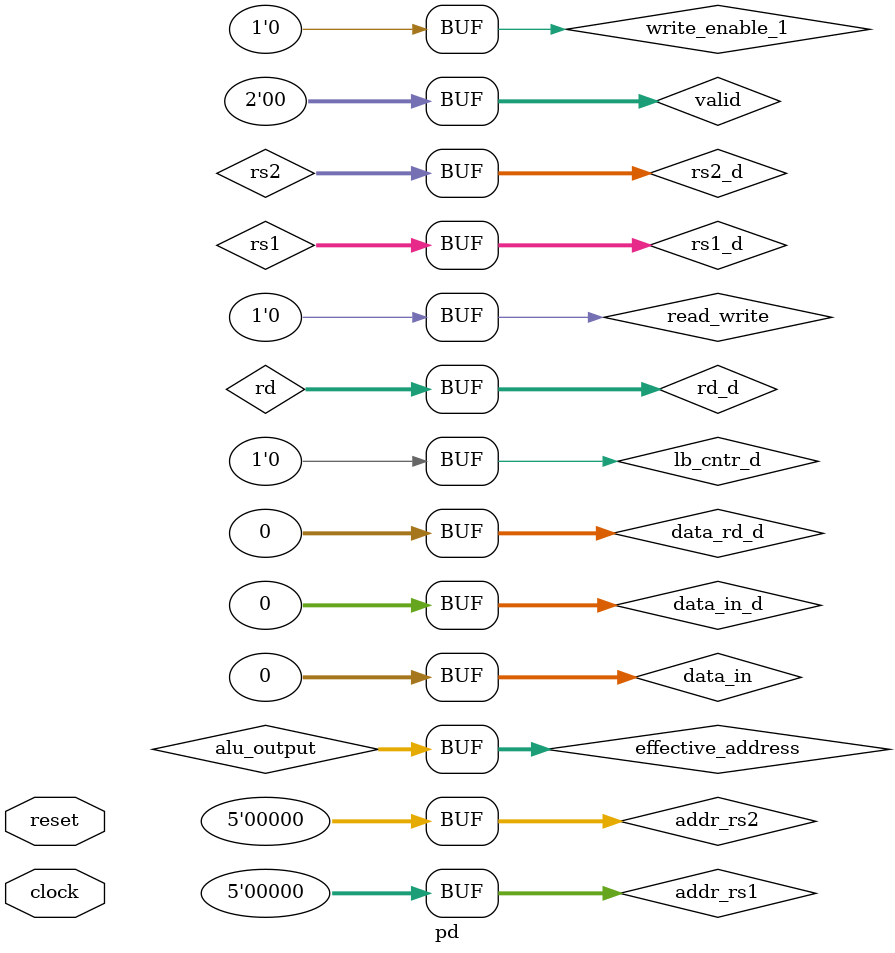
<source format=v>
module pd(
  input clock,
  input reset
);

//----------------------------------------------------------------------
//1fetch
//----------------------------------------------------------------------
wire [31:0 ]data_out;
reg [31:0 ]addr = 0;
reg [31:0 ]data_in = 0;
reg read_write = 0;
reg [3:0] sel = 0;
reg  imm_cntrl = 0;
reg [1:0] access_size = 0;

  imemory imemory_0(
    .clock(clock), 
    .address(addr), 
    .data_in(data_in), 
    .data_out(data_out), 
    .read_write(read_write)
  );


//pr1
  reg[6:0]  op, funct7 = 0; 
  reg[31:0] im = 0;
  reg[4:0] rs1, rs2, rd, shant = 0;
  reg[2:0] funct3 = 0;
  reg[1:0] valid = 0;
  reg read_write_mem = 0;
  //pr = 0;
  reg [31:0 ]inst_d = 0;
  reg [31:0 ]pc_d = 0;
  reg read_write_d = 0;
  reg write_enable_d = 0;
  reg lb_cntr_d = 0;
  reg [4:0]  rd_w = 0;

// $display("this is the pc %x", pc_d);
//osteniocbly attempted stall -> no further
  // always@(*) begin 
  //   if ((rs_1d ==r d_w )
  // end 
//inserts nop going into decode stage, other one executes nop going into execute stage, assuming proepr handinling of a jump, your addr will not do pc +4 but alu_output
//next cycle => new pc addr (las alu ) decode nop and exec nop 
  always @(posedge clock) begin
    if (pc_sel_jal || bt) begin 
      read_write_d <= 0;
      inst_d <= 0;
      pc_d <=  0; // pc value for storing reg
    end else if (!is_stalling) begin
      read_write_d <= read_write;
      inst_d <= data_out;
      pc_d <=  addr; // pc value for storing reg
    end else begin end
  end

//----------------------------------------------------------------------
//1.5decode
//----------------------------------------------------------------------

  always @(*) begin
    valid = 0;
    op = inst_d[6:0];
    read_write_mem = 1'b0;
    case(op)
    // finish proper
      7'b0110111: begin 
        write_enable_d = 1;
        sel = 4'b0 ;
        rd = inst_d[11:7];
        funct3 = 0;
        rs1 = 0; 
        rs2 = 0; 
        funct7 = 0; 
        im = { inst_d[31:12], 12'b0}; 
        shant = 0;
      end
      //  finish proper
      7'b0010111: begin 
        write_enable_d = 1;
        sel = 4'b1 ;
        rd = inst_d[11:7];
        funct3 = 0;
        rs1 = 0; 
        rs2 = 0; 
        funct7 = 0; 
        im = { inst_d[31:12], 12'b0}; 
        shant = 0;
      end 
      //jtype... finish proper
      7'b1101111: begin
        write_enable_d = 1;
        sel = 4'b10 ;
        rd = inst_d[11:7];
        funct3 = 0;
        rs1 = 0; 
        rs2 = 0; 
        funct7 = 0; 
        im = { {12{inst_d[31]}}, inst_d[19:12], inst_d[20], inst_d[30:25], inst_d[24:21], 1'b0}; 
        shant = 0;
      end
      //jalr finish proper
      7'b1100111: begin 
        write_enable_d = 1;
        sel = 4'b11 ;
        rd = inst_d[11:7];
        funct3 = inst_d[14:12];
        rs1 = inst_d[19:15]; 
        rs2 = 0; 
        funct7 = 0; 
        im = { {21{inst_d[31]}}, inst_d[30:20]}; 
        shant = 0;
      end 
      //break bge etc. finish proper 
      7'b1100011: begin 
        sel = 4'b100 ;
        write_enable_d = 0;
        rd = 0;
        funct3 = inst_d[14:12];
        rs1 = inst_d[19:15]; 
        rs2 = inst_d[24:20 ]; 
        funct7 = 0; 
        im = {{20{inst_d[31]}}, inst_d[7],inst_d[30:25], inst_d[11:8], 1'b0}; 
        shant = 0; 

      end    
      //lw lb etc. finish proper
      7'b0000011: begin 
        read_write_mem = 1'b0;
        sel = 4'b101 ;
        write_enable_d = 1;

        rd = inst_d[11:7];
        funct3 = inst_d[14:12];
        rs1 = inst_d[19:15]; 
        rs2 = 5'b0; 
        funct7 = 7'b0; 
        im = {{21{inst_d[31]}}, inst_d[30:25], inst_d[24:21], inst_d[20]}; 
        shant = 0; 
      end    
      //sw sb etc.   finish proper
      7'b0100011: begin 
        read_write_mem = 1'b1;
        write_enable_d = 0;
        sel = 4'b110 ;
        rd = 0;
        funct3 = inst_d[14:12];
        rs1 = inst_d[19:15]; 
        rs2 =  inst_d[24:20 ];
        funct7 = 7'b0; 
        im = {{21{inst_d[31]}}, inst_d[30:25], inst_d[11:8], inst_d[7]}; 

        shant = 0;     

      end 
      //stores addi slli type  @TODO shamt stuff
      7'b0010011: begin //addi slli
        sel = 4'b111 ;
        write_enable_d = 1;

        if (inst_d[13:12] == 2'b01 ) begin
          // if (inst_d[13] == 1'b0 ) begin
            rd = inst_d[11:7];
            funct3 = inst_d[14:12];
            rs1 = inst_d[19:15]; 
            shant = inst_d[24:20 ]; 
            funct7 = inst_d[31:25]; 
            im = 0;
            rs2 = 0; 
            imm_cntrl = 1'b0;
          end else begin
            rd = inst_d[11:7];
            funct3 = inst_d[14:12];
            rs1 = inst_d[19:15]; 
            rs2 = 0; 
            funct7 = 0; 
            im = { {20{inst_d[31]}}, inst_d[31:20]}; 
            shant = 0;
            imm_cntrl = 1'b1;
          end 
        end 

      7'b0110011: begin 
        sel = 4'b1000 ;
        write_enable_d = 1;

        rd = inst_d[11:7];
        funct3 = inst_d[14:12];
        rs1 = inst_d[19:15]; 
        rs2 = inst_d[24:20 ]; 
        funct7 = inst_d[31:25]; 
        im = 0; 
        shant = 0;
      end
      //finish proper
      7'b1110011: begin 
        sel = 4'b1001 ;
        write_enable_d = 0;

        rd = 0;
        funct3 = 0;
        rs1 = 0; 
        rs2 = 0; 
        funct7 = 0; 
        im = 0; 
        shant = 0;
      end
      default: begin
        write_enable_d = 0;
        rd = 0;
        funct3 = 0;
        rs1 = 0; 
        rs2 = 0; 
        funct7 = 0; 
        im = 0; 
        shant = 0;
      end
    endcase
  end 



// add x0, x1,x2

  wire [31:0 ] data_rs1_d;
  wire [31:0 ] data_rs2_d;
  reg [4:0 ] rs1_d = 0;
  reg [4:0 ] rs2_d = 0;
  reg [4:0 ] rd_d = 0;
  reg [31:0] data_rd_d = 0;
  reg is_stalling = 0;
  reg [31:0] data_rd_www = 0;
  reg write_enable_w;// = 0;
  
  // @todo reg write_enable; why does rs1 have d and rs2 have d? i thought regiser file along with decode both in decode

  always @(* ) begin //@todo clock or nah?
    rs1_d = rs1; 
    rs2_d = rs2; 
    rd_d  = rd; 
  end    

  wire a = ((rs1_d == rd_w) && (rd_w != 0));
  wire b = ((rs2_d == rd_w) && (rd_w != 0));
  wire e = (rs1_d == rd_x);
  wire f = (rs2_d == rd_x); 
  wire c = (op_x == 7'b0000011); //load
  wire d = (op != 7'b0100011); //store
  always @(*) begin
    if  (c && (e || (f && d) ) || a || b) begin 
        is_stalling = 1'b1;
      //begin
    end else begin
        is_stalling = 1'b0;
      end
  end

//N.B. data_rd is from WB stage -> it is the data that I am writing AFTER IT HAS EXECUTED ALU/WB EVERYTHIGN ELSE. OTHERWISE IF I JUST WRITE MY DECODED RD, THAT'S GRABAGE VALUE B/C I HAVEN'T DONE TUFF YE
  register_file register_file_0(
    .clock(clock),
    .addr_rs1(rs1_d),
    .addr_rs2(rs2_d), 
    .addr_rd(rd_w), 
    .data_rd(data_rd_www), // decide in the writeback
    .data_rs1(data_rs1_d),
    .data_rs2(data_rs2_d),
    .write_enable(write_enable_w)
  );

// i ostencibly have my data that I NEED to write, now i get my address and the write enable. again, not current address rd or we b/c this write is from

//should i keep the above here or move it to the top @todo




//pr2
  reg[4:0] rs1_x, rs2_x, rd_x = 0;  //d = 0
  // reg [3:0] sel;
  reg [31:0] inst_x = 0;
  reg [31:0 ]pc_x = 0;
  reg [31:0 ]im_x = 0;
  reg read_write_mem_x = 0;
  reg read_write_x = 0;
  reg [31:0] data_rs2_x = 0;
  reg[4:0] shant_x = 0;
  reg[2:0] funct3_x = 0;
  reg[6:0]  funct7_x  = 0;
  reg write_enable_x = 0;
  reg lb_cntr_x = 0;
  reg  is_signed_x = 0;
  reg [31:0] data_rs1 = 0;
  reg [31:0] data_rd_x = 0;
  reg[6:0]  op_x = 0;
  reg [3:0] sel_x = 0;
  reg [31:0] data_rs1_x = 0;
  reg imm_cntrl_x = 0;


  always @(posedge clock) begin
    if (is_stalling || bt || pc_sel_jal) begin
      lb_cntr_x <= 0; //d
      write_enable_x <= 0; //d
      inst_x <= 0; //d
      rs1_x <= 0; 
      rd_x <= 0; 
      shant_x <= 0; 
      rs2_x <= 0; 
      sel_x <= 0;
      im_x <= 0;
      read_write_mem_x <= 0;
      read_write_x <= 0; //d
      funct3_x <= 0;
      funct7_x <= 0;
      data_rs1_x <= 0;
      data_rs2_x <= 0;
      write_enable_x <= 0;
      data_rd_x <= 0;
      op_x <= 0;
      imm_cntrl_x = 0;

    end else begin
      lb_cntr_x <= lb_cntr_d; //d
      write_enable_x <= write_enable_d; //d
      inst_x <= inst_d; //d
      rs1_x <= rs1_d; 
      rd_x <= rd_d; 
      shant_x <= shant; 
      rs2_x <= rs2_d; 
      sel_x <= sel;
      im_x <= im;
      read_write_mem_x <= read_write_mem;
      read_write_x <= read_write_d; //d
      funct3_x <= funct3;
      funct7_x <= funct7;
      data_rs1_x <= data_rs1_d;
      data_rs2_x <= data_rs2_d;
      write_enable_x <= write_enable_d;
      data_rd_x <= data_rd_d;
      op_x <= op;
      imm_cntrl_x <= imm_cntrl;
      pc_x <= pc_d;
    end

  end
//----------------------------------------------------------------------
//2execute
//----------------------------------------------------------------------



// end decoder 
//start fetch/alu compute


  reg [4:0] addr_rs1 = 0;
  reg [4:0] addr_rs2 = 0;
  reg write_enable_1= 0;
  reg [31:0] alu_output = 0;
  reg [31:0] effective_address = 0;
  reg pc_sel_jal = 0; //inherently a  = 0;
  reg [31:0] pc_for_jal_to_write_back = 0;
  reg bt = 0;

  // //i think this is right? @understand 1


  //two things needed to be implemented 
 //- i would need ot select btwn alu_output, pcoutput +4, or addr
//ask about upper immediate and load and exit condition
  always @( * ) begin 
    // $display("PC: %x and reg address == %x \n rs1 == %x \n rs2 == %x", addr ,register_file_0.mem_reg[3], register_file_0.mem_reg[1], register_file_0.mem_reg[2]);
    // $display("this is  control signals control %x \n\n opcode %x \n, rd : %x \n, rs1 : %x \n, rs2 : %x \n, im : %x \n, shant : %x \n", funct3_x, op, rd, rs1_x, rs2_x, im_x, shant_x);
    //bypassing logic rs2 tal;
    if((rd_m == rs2_x) && write_enable_m) begin  //could be one of two
      if(rd_m == 5'b0) data_rs2_x = 32'b0;
      else data_rs2_x = alu_m; 
    end 
    else if((rd_w == rs1_x) && write_enable_w) begin 
      if(rd_w == 5'b0) data_rs2_x = 32'b0; 
      else data_rs2_x = alu_w; 
      end 

    
    else begin 
      data_rs2_x = data_rs2_d;
      // add x4,x1,x3
    end 



    //bypassing logic rs2 @todo ensure signals are proper esp data_rs1_d


    if((rd_m == rs1_x) && write_enable_m) begin  //could be one of two
      if(rd_m == 5'b0) data_rs1_x = 32'b0;
      else data_rs1_x = alu_m; 

    end 
    else if((rd_w == rs1_x) && write_enable_w) begin 
      if(rd_w == 5'b0) data_rs1 = 32'b0; 
      else data_rs1_x = alu_w; 

      end 

    
    else begin 
      data_rs1_x = data_rs1_d;
      // add x4,x1,x3
    end


    lb_cntr_x = 0;
    pc_for_jal_to_write_back = 32'b0;
    case(sel_x)
      4'b0: begin 
        bt = 1'b0;
        pc_sel_jal = 1'b0;
        //load upper add
        alu_output = im_x;
        // i don't htink anything needs to be done here
        // lui (Load Upper Immediate): this sets rd to a 32-bit value with the low 12 bits being 0 and the high 20 bits coming from the U-type im_xmediate.
// auipc (Add Upper Immediate to Program Counter): this sets rd to the sum of the current PC and a 32-bit v
      end 
      4'b1: begin 
          //auipc
        bt = 1'b0;
        pc_sel_jal = 1'b0;


        alu_output = pc_x  + $signed(im_x);
          //same as lui - don't think anything needs to be done on execute phase
      end 
      //jal - doesn't use alu only effective pc_x
      4'b10: begin 
        pc_sel_jal = 1'b1;
        bt = 1'b0;
        //current
        pc_for_jal_to_write_back = pc_x;
        alu_output = pc_x + $signed(im_x);
      end 
      //jalr
      4'b11: begin  
        bt = 1'b0;
        pc_sel_jal = 1'b1; 
        pc_for_jal_to_write_back = pc_x;
        //gotta save and do $ra <— PC+4  
        //$ra <— return pc_xess store return pc_xess in register file 
        // alu_output = $signed(data_rs1) + $signed(im_x);
        alu_output = ($signed(data_rs1) + $signed(im_x))  & ('hFFFFFFFE);
      end 
      //beq/other breaks
      4'b100: begin 
        write_enable_x = 1'b0;
        pc_sel_jal = 1'b0;

        case(funct3_x) 
          3'b000: begin 
            if (data_rs1 == data_rs2_x) 
              bt = 1'b1;
            else
              bt = 1'b0;
          end
          3'b001: begin
            if (data_rs1 != data_rs2_x) 
              bt = 1'b1;
            else
              bt = 1'b0;
           end
          3'b100: begin 
            if ($signed(data_rs1) < $signed(data_rs2_x)) 
              bt = 1'b1;
            else
              bt = 1'b0;
          end
          3'b101: begin 
            if ($signed(data_rs1) >= $signed(data_rs2_x)) 
              bt = 1'b1;
            else
              bt = 1'b0;
          end
          3'b110: begin 
            if ((data_rs1) < (data_rs2_x)) begin
              // $display("leggoleggoleggoleggoleggoleggoleggoleggoleggoleggoleggoleggoleggoleggoleggo");
              bt = 1'b1;
            end else begin
              // $display("shootshootshootshootshootshootshootshootshootshootshootshootshootshootshootshootshoot");
              bt = 1'b0;          
            end
          end
          3'b111: begin
            // $display("hiiiii1 alu_output %x   data_rs4  %x   im_x   %x     ", alu_output, register_file_0.mem_reg[4], im_x);

            if ((data_rs1) >= (data_rs2_x)) begin
              // $display("leggoleggoleggoleggoleggoleggoleggoleggoleggoleggoleggoleggoleggoleggoleggo");
              bt = 1'b1;
            end else begin
              // $display("shootshootshootshootshootshootshootshootshootshootshootshootshootshootshootshootshoot");
              bt = 1'b0;
            end

           end
          //default 
          default: begin
            bt = 1'b0;
          end 
        endcase
      end 
  // end
      4'b101: begin  //lw ops lw
        bt = 1'b0;
        pc_sel_jal = 1'b0;

        //unsure how to do load word and store word
        // pc_x = data_rs1 + im_x;
        write_enable_x = 1'b1;
        alu_output = $signed(data_rs1) + $signed(im_x);
        lb_cntr_x = 1;
        case(funct3_x)
          3'b000: begin //signed but essentially the same logic when it comes to alu
            is_signed_x = 1'b1;

            access_size = 2'b00;
          end
          3'b001: begin
            is_signed_x = 1'b1;

            access_size = 2'b01;
            
          end
          3'b010: begin
            is_signed_x = 1'b1;

            access_size = 2'b10;
          end
          3'b100: begin // unsigned 
          is_signed_x = 1'b0;

            access_size = 2'b00;
          end
          3'b101: begin
            is_signed_x = 1'b0;
            access_size = 2'b01;
          end
          default: begin
            access_size = 2'b10;
          end

        endcase
        $display("access size lw %x", access_size );

      end 
      4'b110: begin  //sw sw sw
        $display("deadbeef123");

        bt = 1'b0;
        pc_sel_jal = 1'b0;

//unsure how to do load word and store word
        alu_output = $signed(data_rs1) + $signed(im_x);

        case(funct3_x)
          3'b000: begin
            access_size = 2'b00;
          end
          3'b001: begin
            access_size = 2'b01;
            
          end
          3'b010: begin
            access_size = 2'b10;  //sw accessize == 2
          end
          default: begin
            access_size = 2'b10;
          end
        endcase
        $display("access size sw %x", access_size );

      end 

      //arithmetics with im_x
      4'b111: begin 
        pc_sel_jal = 1'b0;

        // $display("p---------pc_x %x", pc_x);
        bt = 1'b0;
        write_enable_x = 1'b1;
        if (imm_cntrl_x == 1'b0) begin
          if (funct3_x == 3'b001) begin
            alu_output = data_rs1 << shant_x;
          end else begin
            if (funct7_x == 7'b0000000) begin
              alu_output = data_rs1 >> shant_x;
            end else begin
              alu_output = $signed(data_rs1) >>> shant_x;
            end
          end 
        end else begin
          case (funct3_x)
            3'b000: begin
              alu_output = $signed(data_rs1) + $signed(im_x);
              // $display("hiiiii alu_output %x   data_rs1  %x   im_x   %x     ", alu_output, data_rs1, im_x);
            end
            3'b010: begin
              alu_output = ($signed(data_rs1) < $signed(im_x)) ? 1 : 0;
            end 
            3'b011: begin
              alu_output = ((data_rs1) < (im_x)) ? 1 : 0;
            end 
            3'b100: begin
              alu_output = data_rs1 ^ im_x;
            end 
            3'b110: begin
              alu_output = data_rs1 | im_x;
            end   
            3'b111: begin
              alu_output = data_rs1 & im_x;
            end
            default: begin
              alu_output = 0;
            end 
            //add default
          endcase
        end 
      end
      //hardcore arithmetics
      4'b1000: begin 
        pc_sel_jal = 1'b0;

        bt = 1'b0;
        case (funct3_x)
          3'b000: begin 
            if (funct7_x == 7'b0000000) begin
              alu_output = $signed(data_rs2_x) + $signed(data_rs1);
            end else begin
              alu_output = $signed(data_rs1) - $signed(data_rs2_x);
            end
          end 
          3'b001: begin 
            alu_output = $signed(data_rs1) << data_rs2_x[4:0];
          end
          3'b010: begin 
            alu_output = ($signed(data_rs1) < $signed(data_rs2_x)) ? 1 : 0;
          end
          3'b011: begin 
            alu_output = (data_rs1 < data_rs2_x) ? 1 : 0; 
          end
          3'b100: begin 
            alu_output = data_rs1 ^ data_rs2_x; 
          end
          3'b101: begin //sra
            if (funct7_x == 7'b0000000) begin
              // alu_output =  data_rs2_x>> data_rs1[4:0]; 
              alu_output =  data_rs1 >> data_rs2_x[4:0]; 
            end else begin
              alu_output = $signed(data_rs1) >>>  $signed(data_rs2_x[4:0]); 
            end
          end
          3'b110: begin 
            alu_output = data_rs1 | data_rs2_x;
          end
          3'b111: begin 
            alu_output = data_rs1 & data_rs2_x;
          end
          default: begin
              alu_output = 0;
          end 
        endcase
      end 
      
      4'b1001: begin 
        bt = 1'b0;
        pc_sel_jal = 1'b0;

        alu_output = 0;
      end 
      default: begin
        pc_sel_jal = 1'b0;

        bt = 1'b0;
        alu_output = 0;
      end
    endcase
    // $display("hiiiii2 alu_output %x   data_rs4  %x   im_x   %x    \n ---------- writeen  ", alu_output, register_file_0.mem_reg[4], im_x, write_enable_x);
    effective_address = alu_output;
  end

//branch comparator logic 
// if i am in a jal condition, then my alu computes my address otherwise
// if i am in a branch condition and it is successful my address is jumped to function else i just go down the pc
  always @( posedge clock) begin
    // $display("hiiiii3 alu_output %x   data_rs4  %x   im_x   %x    \n ---------- writeen  ", alu_output, register_file_0.mem_reg[4], im_x, write_enable_x);
    
    // addr <= ((pc_sel_jal) ?  : (bt ? (addr+im_x) : (addr + 4)));
    if (pc_sel_jal) begin

      $display(" sel1  ");

      addr <= alu_output;

    end else begin

      $display(" sel2");
      $display(" value of addr + imm at this point %x  %x", addr, im_x);

      if (bt) begin
        addr <= (addr+im_x);
        
      end else begin
        addr <= (addr+4);
      end
      
    end 
    $display("these are the value of register 4 and register 5 %x   %x", register_file_0.mem_reg[4], register_file_0.mem_reg[5]);

    $display("these are the control signals here: pc_sel_jal %x \n, alu_output %x \n, bt %x\n,addragain %x \n is_stalling %x \n",pc_sel_jal,alu_output,bt, addr, is_stalling );
    $display("is stalling ------------------------ %x", is_stalling);// bt = 1'b0;
  end 

  // reg[4:0] rs1_x, rs2_x, inst_x;  //d
  // reg [3:0] sel;//d
  // reg [31:0 ]pc_x;//d
  // reg [31:0 ]im_x;//d
  // reg read_write_mem_x;//d
  // reg read_write_x;//d
  // reg [31:0] data_rs2_x;//d
  // reg[4:0] shant_x;//d
  // reg[2:0] funct3_x; //d
  // reg[6:0]  funct7_x;  //d
  // reg write_enable_x; //d
  // reg lb_cntr_x;//d
  // reg  is_signed_x;//d
  // reg [31:0] data_rs1;//d
//pr3
  reg pc_sel_jal_m = 0;//d
  reg[4:0] rs2_m, rd_m = 0;//d
  reg [31:0] inst_m = 0;
  reg [31:0 ]alu_m = 0;
  reg [31:0 ]pc_m = 0;
  reg[1:0] access_size_m = 0;
  reg read_write_mem_m = 0;
  reg [31:0] pc_for_jal_to_write_back_m = 0;
  reg [31:0] data_rs2_m = 0;
  reg [31:0] data_rs1_m = 0;
  reg[2:0] funct3_m = 0;
  reg write_enable_m = 0;
  reg lb_cntr_m = 0;
  reg is_signed_m = 0;
  reg [31:0] data_mux_rd_sel = 0; //signal added for WM bypass to be a mux select for data_rs2_m or data_rd

  always @(posedge clock) begin
    
    rd_m <= rd_x;
    is_signed_m <= is_signed_x;
    pc_sel_jal_m <= pc_sel_jal;
    lb_cntr_m <= lb_cntr_x;
    write_enable_m <= write_enable_x;
    inst_m <= inst_x;

    pc_m <= pc_x; // pc value for storing reg
    alu_m <= alu_output;
    rs2_m <= rs2_x;
    access_size_m <= access_size;
    read_write_mem_m <= read_write_mem_x;
    pc_for_jal_to_write_back_m <= pc_for_jal_to_write_back;
    data_rs1_m <= data_rs1;
    data_rs2_m <= data_rs2_x;    
    funct3_m <= funct3_x;

  end
//----------------------------------------------------------------------
//3dmemory
//----------------------------------------------------------------------
  
  
  wire [31:0 ]data_out_d;
  reg [31:0 ]data_in_d = 0;
  reg [31:0 ]data_rd = 0;

  //memory -> incrementing pointer
  // always @(*) begin
  //   if (read_write_mem == 1'b0 ) begin 
  //     data_in_d = 
  //     data_out_d = 0
  //   end else begin

  //   end
//memory stage
  dmemory dmemory_0(
    .clock(clock), 
    .address(alu_m), 
    .data_in(data_mux_rd_sel), 
    .data_out(data_out_d), 
    .read_write(read_write_mem_m), 
    .access_size(access_size_m),
    .is_signed(is_signed_m)
  );


  always @(*) begin
    if (lb_cntr_m == 1) begin
    if (funct3_m == 3'b000) begin
        data_rd = {{24{data_out_d[7]}}, data_out_d[7:0]};
    end else if (funct3_w == 3'b001) begin
        data_rd =  {{16{data_out_d[15]}}, data_out_d[15:0]};
    // data_rd = data_out_d_w;
    end else if (funct3 == 3'b010) begin
      data_rd = data_out_d; 
    end else if (funct3 == 3'b100) begin 
      data_rd = {24'b000000000000000000000000, data_out_d[7:0]}; 
    end else if (funct3== 3'b101) begin 
      data_rd = {16'b0000000000000000, data_out_d[15:0]};
  end 
  end else begin
    write_enable_w = 1'b1;
    if (!pc_sel_jal_w) begin 
      data_rd = alu_w;
    end else begin
      data_rd = pc_for_jal_to_write_back_w + 4;
    end

  end
  end

  //checkpoint - everything seems reasonable up till memory stage
  
  //write back

  //   reg[4:0] rs2_m, inst_m;
  // reg [31:0 ]alu_m;
  // reg [31:0 ]pc_m;
  // reg[1:0] access_size_m;
  // reg read_write_mem_m;
  // reg pc_for_jal_to_write_back_m;
  // reg [31:0] data_rs2_m;
  // reg [31:0] data_rs1_m;

  // always @(posedge clock) begin
  //   inst_m <= inst_x;
  //   pc_m <= pc_x; // pc value for storing reg
  //   alu_m <= alu_output;
  //   rs2_m <= rs2_x;
  //   access_size_m <= access_size;
  //   read_write_mem_m <= read_write_mem_x;
  //   pc_for_jal_to_write_back_m <= pc_for_jal_to_write_back;
  //   data_rs1_m <= data_rs1_x;
  //   data_rs2_m <= data_rs2_x;    
  //   funct3_m <= funct3_x;

//pr4
  reg[2:0] funct3_w = 0;
  reg[31:0] pc_w = 0;
  reg[31:0]   inst_w = 0;
  reg [31:0] alu_w = 0;
  reg [31:0] pc_for_jal_to_write_back_w = 0;
  reg [31:0] data_out_d_w = 0;
  reg lb_cntr_w = 0;
  reg pc_sel_jal_w = 0;



  always @(posedge clock) begin
    pc_w <= pc_m;
    rd_w <= rd_m;
    inst_w <= inst_m;
    alu_w <= alu_m;
    pc_for_jal_to_write_back_w <= pc_for_jal_to_write_back_m;
    funct3_w <= funct3_m;
    data_out_d_w <= data_out_d;
    write_enable_w <= write_enable_m;
    lb_cntr_w <= lb_cntr_m;
    pc_sel_jal_w <= pc_sel_jal_m;
    data_rd_www <= data_rd;
  end
  
  
  //----------------------------------------------------------------------
  
  
  //4write backx
//----------------------------------------------------------------------

    //bypassing logic for WM - signals confirmed

  always @(*) begin
      if (rs2_m == rd_w) begin  
        data_mux_rd_sel = data_rd_www;
      end else begin
        data_mux_rd_sel = data_rs2_m;
      end 
  end

  always @( posedge clock  ) begin
    //wb
    // data_rd_wwww <= data_rd_mm;
    // if (lb_cntr_w == 1) begin
    //   if (funct3_w == 3'b000) begin
    //       data_rd = {{24{data_out_d_w[7]}}, data_out_d_w[7:0]};
    //   end else if (funct3_w == 3'b001) begin
    //      data_rd =  {{16{data_out_d_w[15]}}, data_out_d_w[15:0]};
    //   // data_rd = data_out_d_w;
    //   end else if (funct3_w == 3'b010) begin
    //     data_rd = data_out_d_w; 
    //   end else if (funct3_w == 3'b100) begin 
    //     data_rd = {24'b000000000000000000000000, data_out_d_w[7:0]}; 
    //   end else if (funct3_w == 3'b101) begin 
    //     data_rd = {16'b0000000000000000, data_out_d_w[15:0]};
    // end 
    // end else begin
    //   write_enable_w = 1'b1;
    //   if (!pc_sel_jal_w) begin 
    //     data_rd = alu_w;
    //   end else begin
    //     data_rd = pc_for_jal_to_write_back_w + 4;
    //   end

    // end
  end

    // lb_cntr = 0;
    // pc_sel_jal = 1'b0;




endmodule





// //adi's temp_memory
// always@(*) begin 
//   //also check for the WE of the corresponding stage 
//   if((rd_m == rs1_x) && write_enable_m) begin  //could be one of two
//     if(rd_m == 5'b0) data_rs1_x = 32'b0;
//     else data_rs1_x = alu_m; 
//   end 
//   else if((rd_w == rs1_x) && write_enable_w) begin 
//     if(rd_w == 5'b0) data_rs1 = 32'b0; 
//     else data_rs1_x = alu_w; 
//     end 
  
//   else begin 
//     data_rs1_x = data_rs1_d;
//     // add x4,x1,x3
//   end 
// end 


// always@(*) begin 
//   //also check for the WE of the corresponding stage 
//   if((rd_m == rs2_x) && write_enable_m) begin  //could be one of two
//     if(rd_m == 5'b0) data_rs2_x = 32'b0;
//     else data_rs2_x = alu_m; 
//   end 
//   else if((rd_w == rs1_x) && write_enable_w) begin 
//     if(rd_w == 5'b0) data_rs1 = 32'b0; 
//     else data_rs2_x = alu_w; 
//     end 
  
//   else begin 
//     data_rs2_x = data_rs1_d;
//     // add x4,x1,x3
//   end 
// end 









// always@(*) begin 
//   //also check for the WE of the corresponding stage 
//   if((rd_m == rs1_x) && write_enable_m) begin  //could be one of two
//     if(rd_m == 5'b0) data_rs1 = 32'b0;
//     else data_rs1_x = alu_m; 
//   end 
//   else if((rd_w == rs1_x) && write_enable_w) begin 
//     if(rd_w == 5'b0) data_rs1 = 32'b0; 
//     else data_rs1_x = alu_w; 
//     end 
  
//   else begin 
//     data_rs1_x = data_rs1_d;
//   end 
// end 

















// //stalling logic for load_use creds 
// //@todo ask about where/how they are defined

// if(stall_load_use || struc_haz1) begin
  
// end


// //in the decode stage and determine i want to stall. what i want to do is nop signal into decode pipeline registers
// //ensure nop sginal doesn't result in future pieline issue, doesn't write to memory and deosn't write to future register
// //ensure that bs value is being properly dealt with in the sense of nops



// /* 
// stalling 1
// Stall = (D/X.insn.Operation == LOAD) && 
// ((F/D.insn.rsl == D/X.insn.rd) ||
// ((F/D.insn.rs2 == D/X.insn.rd) && (F/D.insn.Operation!=STORE))) 
// */ 
// reg stall_loaduse_x; 

// always@(*) begin 
//   if ((rs_1d ==r d_w )
// end 

// //@todo add one more stallling as per connor's suggestion stalling 2
// /* decode stage bypass not permissible therefore i don't want to do something like this in
// //stalling from wb to decode is needed in the case that there is an instruction in wb stage and another in decode stage and there is a dependency
// //in this case, we just nop one cycle and then wait for wb to write to register at which point we can easily read from rgsiter for the insn. in decode stage
// */











// // bypassing logic creds  decipher 
// // @todo understand this bypassing and figure out how to
// // add for from WB to Mem but exact same logic
// //wb to exe, mem to exec


// //add x2, x1,x0
// //add x3,x2,x1 >> exp: bypass rd_data from memory to execute rs1/rs2 


// //add x2,x1,x0 
// //slli ...
// //addi x1, x1, 10
// //add x3,x2,x1  -> use two bypasses wb to exec


// //wb to mem
// //lw x3, 4(x2)
// //sw x3, 3(x1)

// //bypassing for RS2 the same way we did for RS1 
// always@(*) begin 
// if((EM_addr _rd == DE_addr_rs2) && EM_write_enable) begin
//   if(EM_addr_rd == 5'b0) ALU_datalN_rs2 = 32'b0; 
//   else ALU_datalN_rs2 = EM_ALU_data_rd; 
// end 
// else if((MW_addr_rd == DE_addr_rs2) && MW_write_enable) begin 
//   if(MW_addr_rd == 5'b0) ALU_datalN_rs2 = 32'b0; 
//   else ALU_datalN_rs2 = MW_data_rd; 
// end 
// else begin 
//   ALU_datalN_rs2 = DE_data_rs2; 

</source>
